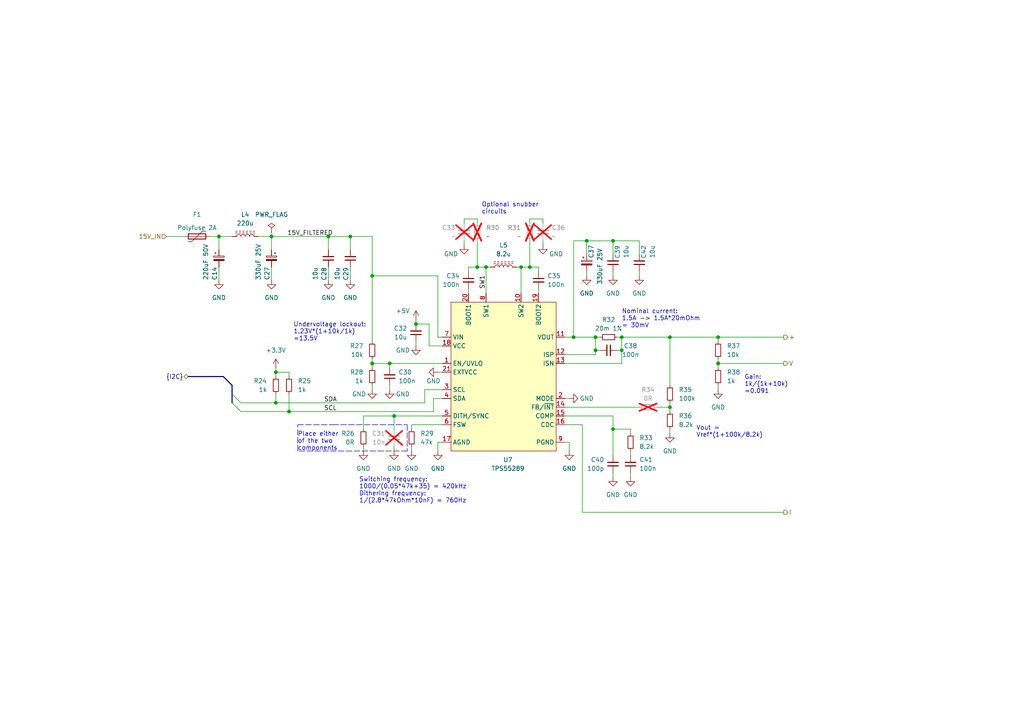
<source format=kicad_sch>
(kicad_sch (version 20230121) (generator eeschema)
  (paper "A4")
  (title_block (title "EuroMeasure Ion Gauge Controller") (date "2024-01-20") (rev "1.1.0"))
  (lib_symbols
    (symbol "Device:C_Small" (pin_numbers hide) (pin_names (offset 0.254) hide)
      (property "Reference" "C" (at 0.254 1.778 0))
      (property "Value" "C_Small" (at 0.254 -2.032 0))
      (symbol "C_Small_0_1"
        (polyline (pts (xy -1.524 -0.508) (xy 1.524 -0.508)) (stroke (width 0.3302)))
        (polyline (pts (xy -1.524 0.508) (xy 1.524 0.508)) (stroke (width 0.3048)))
      )
      (symbol "C_Small_1_1"
        (pin passive line (at 0 2.54 270) (length 2.032) (name "~") (number "1"))
        (pin passive line (at 0 -2.54 90) (length 2.032) (name "~") (number "2"))
      )
    )
    (symbol "Device:R_Small" (pin_numbers hide) (pin_names (offset 0.254) hide)
      (property "Reference" "R" (at 0.762 0.508 0))
      (property "Value" "R_Small" (at 0.762 -1.016 0))
      (symbol "R_Small_0_1"
        (rectangle (start -0.762 1.778) (end 0.762 -1.778) (stroke (width 0.2032)))
      )
      (symbol "R_Small_1_1"
        (pin passive line (at 0 2.54 270) (length 0.762) (name "~") (number "1"))
        (pin passive line (at 0 -2.54 90) (length 0.762) (name "~") (number "2"))
      )
    )
    (symbol "MEMS_IC:TPS55289"
      (property "Reference" "U" (at 17.78 33.02 0))
      (property "Value" "TPS55289" (at 17.78 30.48 0))
      (symbol "TPS55289_1_1"
        (rectangle (start -15.24 27.94) (end 15.24 -15.24) (fill (type background)))
        (pin input line (at -17.78 10.16 0) (length 2.54) (name "EN/UVLO") (number "1"))
        (pin passive line (at 5.08 30.48 270) (length 2.54) (name "SW2") (number "10"))
        (pin power_out line (at 17.78 17.78 180) (length 2.54) (name "VOUT") (number "11"))
        (pin input line (at 17.78 12.7 180) (length 2.54) (name "ISP") (number "12"))
        (pin input line (at 17.78 10.16 180) (length 2.54) (name "ISN") (number "13"))
        (pin bidirectional line (at 17.78 -2.54 180) (length 2.54) (name "FB/~{INT}") (number "14"))
        (pin output line (at 17.78 -5.08 180) (length 2.54) (name "COMP") (number "15"))
        (pin output line (at 17.78 -7.62 180) (length 2.54) (name "CDC") (number "16"))
        (pin power_in line (at -17.78 -12.7 0) (length 2.54) (name "AGND") (number "17"))
        (pin passive line (at -17.78 15.24 0) (length 2.54) (name "VCC") (number "18"))
        (pin passive line (at 10.16 30.48 270) (length 2.54) (name "BOOT2") (number "19"))
        (pin input line (at 17.78 0 180) (length 2.54) (name "MODE") (number "2"))
        (pin passive line (at -10.16 30.48 270) (length 2.54) (name "BOOT1") (number "20"))
        (pin input line (at -17.78 7.62 0) (length 2.54) (name "EXTVCC") (number "21"))
        (pin input line (at -17.78 2.54 0) (length 2.54) (name "SCL") (number "3"))
        (pin bidirectional line (at -17.78 0 0) (length 2.54) (name "SDA") (number "4"))
        (pin input line (at -17.78 -5.08 0) (length 2.54) (name "DITH/SYNC") (number "5"))
        (pin input line (at -17.78 -7.62 0) (length 2.54) (name "FSW") (number "6"))
        (pin power_in line (at -17.78 17.78 0) (length 2.54) (name "VIN") (number "7"))
        (pin passive line (at -5.08 30.48 270) (length 2.54) (name "SW1") (number "8"))
        (pin power_in line (at 17.78 -12.7 180) (length 2.54) (name "PGND") (number "9"))
      )
    )
    (symbol "MEMS_Passive:C_Elec-220uf-50V" (pin_numbers hide) (pin_names (offset 0.254) hide)
      (property "Reference" "C" (at 0.254 1.778 0))
      (property "Value" "220uF 50V" (at 0.254 -2.032 0))
      (symbol "C_Elec-220uf-50V_0_1"
        (rectangle (start -1.524 -0.3048) (end 1.524 -0.6858) (fill (type outline)))
        (rectangle (start -1.524 0.6858) (end 1.524 0.3048))
        (polyline (pts (xy -1.27 1.524) (xy -0.762 1.524)))
        (polyline (pts (xy -1.016 1.27) (xy -1.016 1.778)))
      )
      (symbol "C_Elec-220uf-50V_1_1"
        (pin passive line (at 0 2.54 270) (length 1.8542) (name "~") (number "1"))
        (pin passive line (at 0 -2.54 90) (length 1.8542) (name "~") (number "2"))
      )
    )
    (symbol "MEMS_Passive:C_Elec-330uF-25V" (pin_numbers hide) (pin_names (offset 0.254) hide)
      (property "Reference" "C" (at 0.254 1.778 0))
      (property "Value" "330uF 25V" (at 0.254 -2.032 0))
      (symbol "C_Elec-330uF-25V_0_1"
        (rectangle (start -1.524 -0.3048) (end 1.524 -0.6858) (fill (type outline)))
        (rectangle (start -1.524 0.6858) (end 1.524 0.3048))
        (polyline (pts (xy -1.27 1.524) (xy -0.762 1.524)))
        (polyline (pts (xy -1.016 1.27) (xy -1.016 1.778)))
      )
      (symbol "C_Elec-330uF-25V_1_1"
        (pin passive line (at 0 2.54 270) (length 1.8542) (name "~") (number "1"))
        (pin passive line (at 0 -2.54 90) (length 1.8542) (name "~") (number "2"))
      )
    )
    (symbol "MEMS_Passive:L_220u_10x10" (pin_numbers hide) (pin_names (offset 1.016) hide)
      (property "Reference" "L" (at -1.27 0 90))
      (property "Value" "220u" (at 2.794 0 90))
      (symbol "L_220u_10x10_0_1"
        (arc (start 0 -2.54) (mid 0.6323 -1.905) (end 0 -1.27))
        (arc (start 0 -1.27) (mid 0.6323 -0.635) (end 0 0))
        (polyline (pts (xy 1.016 -2.794) (xy 1.016 -2.286)))
        (polyline (pts (xy 1.016 -1.778) (xy 1.016 -1.27)))
        (polyline (pts (xy 1.016 -0.762) (xy 1.016 -0.254)))
        (polyline (pts (xy 1.016 0.254) (xy 1.016 0.762)))
        (polyline (pts (xy 1.016 1.27) (xy 1.016 1.778)))
        (polyline (pts (xy 1.016 2.286) (xy 1.016 2.794)))
        (polyline (pts (xy 1.524 -2.286) (xy 1.524 -2.794)))
        (polyline (pts (xy 1.524 -1.27) (xy 1.524 -1.778)))
        (polyline (pts (xy 1.524 -0.254) (xy 1.524 -0.762)))
        (polyline (pts (xy 1.524 0.762) (xy 1.524 0.254)))
        (polyline (pts (xy 1.524 1.778) (xy 1.524 1.27)))
        (polyline (pts (xy 1.524 2.794) (xy 1.524 2.286)))
        (arc (start 0 0) (mid 0.6323 0.635) (end 0 1.27))
        (arc (start 0 1.27) (mid 0.6323 1.905) (end 0 2.54))
      )
      (symbol "L_220u_10x10_1_1"
        (pin passive line (at 0 3.81 270) (length 1.27) (name "1") (number "1"))
        (pin passive line (at 0 -3.81 90) (length 1.27) (name "2") (number "2"))
      )
    )
    (symbol "MEMS_Passive:L_8.2u_5.9/10.2A" (pin_numbers hide) (pin_names (offset 1.016) hide)
      (property "Reference" "L" (at 0 -1.27 0))
      (property "Value" "8.2u" (at 0 2.794 0))
      (symbol "L_8.2u_5.9/10.2A_0_1"
        (arc (start -1.27 0) (mid -1.905 0.6323) (end -2.54 0))
        (arc (start 0 0) (mid -0.635 0.6323) (end -1.27 0))
        (polyline (pts (xy -2.794 1.524) (xy -2.286 1.524)))
        (polyline (pts (xy -2.286 1.016) (xy -2.794 1.016)))
        (polyline (pts (xy -1.778 1.524) (xy -1.27 1.524)))
        (polyline (pts (xy -1.27 1.016) (xy -1.778 1.016)))
        (polyline (pts (xy -0.762 1.524) (xy -0.254 1.524)))
        (polyline (pts (xy -0.254 1.016) (xy -0.762 1.016)))
        (polyline (pts (xy 0.254 1.524) (xy 0.762 1.524)))
        (polyline (pts (xy 0.762 1.016) (xy 0.254 1.016)))
        (polyline (pts (xy 1.27 1.524) (xy 1.778 1.524)))
        (polyline (pts (xy 1.778 1.016) (xy 1.27 1.016)))
        (polyline (pts (xy 2.286 1.524) (xy 2.794 1.524)))
        (polyline (pts (xy 2.794 1.016) (xy 2.286 1.016)))
        (arc (start 1.27 0) (mid 0.635 0.6323) (end 0 0))
        (arc (start 2.54 0) (mid 1.905 0.6323) (end 1.27 0))
      )
      (symbol "L_8.2u_5.9/10.2A_1_1"
        (pin passive line (at -3.81 0 0) (length 1.27) (name "1") (number "1"))
        (pin passive line (at 3.81 0 180) (length 1.27) (name "2") (number "2"))
      )
    )
    (symbol "MEMS_Passive:R_2010_20m_1%" (pin_numbers hide) (pin_names (offset 0.254) hide)
      (property "Reference" "R" (at 0 5.08 0))
      (property "Value" "20m 1%" (at 0 2.54 0))
      (symbol "R_2010_20m_1%_0_1"
        (rectangle (start -1.778 0.762) (end 1.778 -0.762) (stroke (width 0.2032)))
      )
      (symbol "R_2010_20m_1%_1_1"
        (pin passive line (at -2.54 0 0) (length 0.762) (name "~") (number "1"))
        (pin passive line (at 2.54 0 180) (length 0.762) (name "~") (number "2"))
      )
    )
    (symbol "MEMS_Protection:Polyfuse-2A-60V-3425L200/60MR" (pin_numbers hide) (pin_names (offset 0))
      (property "Reference" "F" (at 0 5.08 90))
      (property "Value" "Polyfuse 2A" (at 0 2.54 90))
      (symbol "Polyfuse-2A-60V-3425L200/60MR_0_1"
        (rectangle (start -0.762 2.54) (end 0.762 -2.54) (stroke (width 0.254)))
        (polyline (pts (xy 0 2.54) (xy 0 -2.54)))
        (polyline (pts (xy -1.524 2.54) (xy -1.524 1.524) (xy 1.524 -1.524) (xy 1.524 -2.54)))
      )
      (symbol "Polyfuse-2A-60V-3425L200/60MR_1_1"
        (pin passive line (at 0 3.81 270) (length 1.27) (name "~") (number "1"))
        (pin passive line (at 0 -3.81 90) (length 1.27) (name "~") (number "2"))
      )
    )
    (symbol "power:+3.3V" (power) (pin_names (offset 0))
      (property "Value" "+3.3V" (at 0 3.556 0))
      (symbol "+3.3V_0_1"
        (polyline (pts (xy -0.762 1.27) (xy 0 2.54)))
        (polyline (pts (xy 0 0) (xy 0 2.54)))
        (polyline (pts (xy 0 2.54) (xy 0.762 1.27)))
      )
      (symbol "+3.3V_1_1"
        (pin power_in line (at 0 0 90) (length 0) hide (name "+3.3V") (number "1"))
      )
    )
    (symbol "power:+5V" (power) (pin_names (offset 0))
      (property "Value" "+5V" (at 0 3.556 0))
      (symbol "+5V_0_1"
        (polyline (pts (xy -0.762 1.27) (xy 0 2.54)))
        (polyline (pts (xy 0 0) (xy 0 2.54)))
        (polyline (pts (xy 0 2.54) (xy 0.762 1.27)))
      )
      (symbol "+5V_1_1"
        (pin power_in line (at 0 0 90) (length 0) hide (name "+5V") (number "1"))
      )
    )
    (symbol "power:GND" (power) (pin_names (offset 0))
      (property "Value" "GND" (at 0 -3.81 0))
      (symbol "GND_0_1"
        (polyline (pts (xy 0 0) (xy 0 -1.27) (xy 1.27 -1.27) (xy 0 -2.54) (xy -1.27 -1.27) (xy 0 -1.27)))
      )
      (symbol "GND_1_1"
        (pin power_in line (at 0 0 270) (length 0) hide (name "GND") (number "1"))
      )
    )
    (symbol "power:PWR_FLAG" (power) (pin_numbers hide) (pin_names (offset 0) hide)
      (property "Value" "PWR_FLAG" (at 0 3.81 0))
      (symbol "PWR_FLAG_0_0"
        (pin power_out line (at 0 0 90) (length 0) (name "pwr") (number "1"))
      )
      (symbol "PWR_FLAG_0_1"
        (polyline (pts (xy 0 0) (xy 0 1.27) (xy -1.016 1.905) (xy 0 2.54) (xy 1.016 1.905) (xy 0 1.27)))
      )
    )
  )
  (junction (at 113.03 105.41))
  (junction (at 114.3 120.65))
  (junction (at 80.01 107.95))
  (junction (at 180.34 97.79))
  (junction (at 172.72 97.79))
  (junction (at 78.74 68.58))
  (junction (at 208.28 97.79))
  (junction (at 83.82 119.38))
  (junction (at 177.8 69.85))
  (junction (at 138.43 77.47))
  (junction (at 194.31 97.79))
  (junction (at 107.95 105.41))
  (junction (at 95.25 68.58))
  (junction (at 140.97 77.47))
  (junction (at 101.6 68.58))
  (junction (at 80.01 116.84))
  (junction (at 180.34 101.6))
  (junction (at 107.95 80.01))
  (junction (at 208.28 105.41))
  (junction (at 151.13 77.47))
  (junction (at 172.72 101.6))
  (junction (at 166.37 97.79))
  (junction (at 194.31 118.11))
  (junction (at 153.67 77.47))
  (junction (at 177.8 124.46))
  (junction (at 170.18 69.85))
  (junction (at 120.65 93.98))
  (junction (at 63.5 68.58))
  (bus_entry (at 67.31 116.84) (size 2.54 2.54))
  (bus_entry (at 67.31 114.3) (size 2.54 2.54))
  (wire (pts (xy 168.91 148.59) (xy 227.33 148.59)))
  (wire (pts (xy 134.62 69.85) (xy 134.62 71.12)))
  (polyline (pts (xy 96.52 123.19) (xy 118.11 123.19)) (stroke (width 0) (type dash)))
  (wire (pts (xy 127 97.79) (xy 127 80.01)))
  (wire (pts (xy 107.95 104.14) (xy 107.95 105.41)))
  (wire (pts (xy 177.8 80.01) (xy 177.8 78.74)))
  (wire (pts (xy 153.67 64.77) (xy 153.67 63.5)))
  (wire (pts (xy 156.21 77.47) (xy 153.67 77.47)))
  (wire (pts (xy 177.8 124.46) (xy 182.88 124.46)))
  (wire (pts (xy 172.72 101.6) (xy 172.72 102.87)))
  (wire (pts (xy 63.5 81.28) (xy 63.5 77.47)))
  (wire (pts (xy 120.65 92.71) (xy 120.65 93.98)))
  (wire (pts (xy 127 130.81) (xy 127 128.27)))
  (wire (pts (xy 138.43 69.85) (xy 138.43 77.47)))
  (wire (pts (xy 194.31 124.46) (xy 194.31 125.73)))
  (wire (pts (xy 69.85 119.38) (xy 83.82 119.38)))
  (wire (pts (xy 127 128.27) (xy 128.27 128.27)))
  (polyline (pts (xy 86.36 130.81) (xy 86.36 123.19)) (stroke (width 0) (type dash)))
  (bus (pts (xy 67.31 114.3) (xy 67.31 116.84)))
  (wire (pts (xy 194.31 116.84) (xy 194.31 118.11)))
  (wire (pts (xy 60.96 68.58) (xy 63.5 68.58)))
  (wire (pts (xy 172.72 97.79) (xy 172.72 101.6)))
  (wire (pts (xy 83.82 107.95) (xy 83.82 109.22)))
  (wire (pts (xy 124.46 93.98) (xy 124.46 100.33)))
  (wire (pts (xy 165.1 128.27) (xy 163.83 128.27)))
  (wire (pts (xy 128.27 97.79) (xy 127 97.79)))
  (wire (pts (xy 170.18 69.85) (xy 170.18 73.66)))
  (wire (pts (xy 134.62 63.5) (xy 134.62 64.77)))
  (wire (pts (xy 177.8 120.65) (xy 177.8 124.46)))
  (wire (pts (xy 185.42 73.66) (xy 185.42 69.85)))
  (wire (pts (xy 123.19 116.84) (xy 123.19 113.03)))
  (wire (pts (xy 78.74 81.28) (xy 78.74 77.47)))
  (bus (pts (xy 67.31 111.76) (xy 67.31 114.3)))
  (polyline (pts (xy 118.11 123.19) (xy 118.11 130.81)) (stroke (width 0) (type dash)))
  (wire (pts (xy 80.01 107.95) (xy 83.82 107.95)))
  (wire (pts (xy 107.95 68.58) (xy 107.95 80.01)))
  (wire (pts (xy 182.88 130.81) (xy 182.88 132.08)))
  (wire (pts (xy 119.38 129.54) (xy 119.38 130.81)))
  (wire (pts (xy 101.6 68.58) (xy 95.25 68.58)))
  (wire (pts (xy 80.01 116.84) (xy 123.19 116.84)))
  (wire (pts (xy 107.95 80.01) (xy 127 80.01)))
  (wire (pts (xy 194.31 118.11) (xy 194.31 119.38)))
  (wire (pts (xy 156.21 83.82) (xy 156.21 85.09)))
  (wire (pts (xy 138.43 77.47) (xy 140.97 77.47)))
  (wire (pts (xy 172.72 102.87) (xy 163.83 102.87)))
  (wire (pts (xy 80.01 114.3) (xy 80.01 116.84)))
  (wire (pts (xy 125.73 119.38) (xy 125.73 115.57)))
  (wire (pts (xy 107.95 111.76) (xy 107.95 113.03)))
  (wire (pts (xy 107.95 80.01) (xy 107.95 99.06)))
  (wire (pts (xy 83.82 114.3) (xy 83.82 119.38)))
  (wire (pts (xy 135.89 83.82) (xy 135.89 85.09)))
  (wire (pts (xy 67.31 68.58) (xy 63.5 68.58)))
  (wire (pts (xy 168.91 148.59) (xy 168.91 123.19)))
  (wire (pts (xy 172.72 101.6) (xy 173.99 101.6)))
  (wire (pts (xy 177.8 69.85) (xy 177.8 73.66)))
  (wire (pts (xy 208.28 105.41) (xy 227.33 105.41)))
  (wire (pts (xy 120.65 93.98) (xy 124.46 93.98)))
  (wire (pts (xy 78.74 68.58) (xy 95.25 68.58)))
  (wire (pts (xy 153.67 63.5) (xy 157.48 63.5)))
  (wire (pts (xy 138.43 64.77) (xy 138.43 63.5)))
  (wire (pts (xy 80.01 106.68) (xy 80.01 107.95)))
  (wire (pts (xy 208.28 99.06) (xy 208.28 97.79)))
  (wire (pts (xy 113.03 105.41) (xy 113.03 106.68)))
  (wire (pts (xy 113.03 105.41) (xy 128.27 105.41)))
  (wire (pts (xy 163.83 120.65) (xy 177.8 120.65)))
  (polyline (pts (xy 86.36 123.19) (xy 96.52 123.19)) (stroke (width 0) (type dash)))
  (wire (pts (xy 114.3 129.54) (xy 114.3 130.81)))
  (wire (pts (xy 119.38 123.19) (xy 119.38 124.46)))
  (wire (pts (xy 101.6 68.58) (xy 101.6 72.39)))
  (wire (pts (xy 165.1 115.57) (xy 163.83 115.57)))
  (wire (pts (xy 140.97 77.47) (xy 142.24 77.47)))
  (wire (pts (xy 180.34 101.6) (xy 180.34 97.79)))
  (wire (pts (xy 123.19 113.03) (xy 128.27 113.03)))
  (wire (pts (xy 185.42 80.01) (xy 185.42 78.74)))
  (wire (pts (xy 69.85 116.84) (xy 80.01 116.84)))
  (wire (pts (xy 163.83 105.41) (xy 180.34 105.41)))
  (wire (pts (xy 127 107.95) (xy 128.27 107.95)))
  (wire (pts (xy 120.65 100.33) (xy 120.65 99.06)))
  (wire (pts (xy 105.41 120.65) (xy 105.41 124.46)))
  (wire (pts (xy 170.18 69.85) (xy 177.8 69.85)))
  (wire (pts (xy 166.37 97.79) (xy 172.72 97.79)))
  (wire (pts (xy 153.67 69.85) (xy 153.67 77.47)))
  (wire (pts (xy 80.01 107.95) (xy 80.01 109.22)))
  (wire (pts (xy 107.95 105.41) (xy 113.03 105.41)))
  (wire (pts (xy 138.43 77.47) (xy 135.89 77.47)))
  (wire (pts (xy 179.07 97.79) (xy 180.34 97.79)))
  (wire (pts (xy 124.46 100.33) (xy 128.27 100.33)))
  (wire (pts (xy 177.8 69.85) (xy 185.42 69.85)))
  (wire (pts (xy 208.28 111.76) (xy 208.28 113.03)))
  (wire (pts (xy 173.99 97.79) (xy 172.72 97.79)))
  (wire (pts (xy 180.34 101.6) (xy 180.34 105.41)))
  (wire (pts (xy 156.21 78.74) (xy 156.21 77.47)))
  (wire (pts (xy 179.07 101.6) (xy 180.34 101.6)))
  (wire (pts (xy 168.91 123.19) (xy 163.83 123.19)))
  (wire (pts (xy 114.3 120.65) (xy 114.3 124.46)))
  (wire (pts (xy 208.28 105.41) (xy 208.28 106.68)))
  (bus (pts (xy 64.77 109.22) (xy 67.31 111.76)))
  (wire (pts (xy 125.73 115.57) (xy 128.27 115.57)))
  (wire (pts (xy 135.89 77.47) (xy 135.89 78.74)))
  (wire (pts (xy 153.67 77.47) (xy 151.13 77.47)))
  (wire (pts (xy 177.8 137.16) (xy 177.8 138.43)))
  (wire (pts (xy 180.34 97.79) (xy 194.31 97.79)))
  (wire (pts (xy 177.8 124.46) (xy 177.8 132.08)))
  (wire (pts (xy 83.82 119.38) (xy 125.73 119.38)))
  (wire (pts (xy 157.48 69.85) (xy 157.48 71.12)))
  (wire (pts (xy 190.5 118.11) (xy 194.31 118.11)))
  (wire (pts (xy 63.5 72.39) (xy 63.5 68.58)))
  (wire (pts (xy 95.25 81.28) (xy 95.25 77.47)))
  (wire (pts (xy 105.41 129.54) (xy 105.41 130.81)))
  (wire (pts (xy 194.31 97.79) (xy 194.31 111.76)))
  (wire (pts (xy 74.93 68.58) (xy 78.74 68.58)))
  (wire (pts (xy 113.03 113.03) (xy 113.03 111.76)))
  (wire (pts (xy 128.27 123.19) (xy 119.38 123.19)))
  (wire (pts (xy 166.37 69.85) (xy 166.37 97.79)))
  (wire (pts (xy 165.1 130.81) (xy 165.1 128.27)))
  (wire (pts (xy 170.18 80.01) (xy 170.18 78.74)))
  (wire (pts (xy 101.6 68.58) (xy 107.95 68.58)))
  (wire (pts (xy 208.28 104.14) (xy 208.28 105.41)))
  (wire (pts (xy 128.27 120.65) (xy 114.3 120.65)))
  (wire (pts (xy 170.18 69.85) (xy 166.37 69.85)))
  (wire (pts (xy 157.48 63.5) (xy 157.48 64.77)))
  (wire (pts (xy 138.43 63.5) (xy 134.62 63.5)))
  (wire (pts (xy 107.95 105.41) (xy 107.95 106.68)))
  (wire (pts (xy 95.25 68.58) (xy 95.25 72.39)))
  (wire (pts (xy 53.34 68.58) (xy 48.26 68.58)))
  (wire (pts (xy 208.28 97.79) (xy 227.33 97.79)))
  (wire (pts (xy 149.86 77.47) (xy 151.13 77.47)))
  (wire (pts (xy 182.88 137.16) (xy 182.88 138.43)))
  (bus (pts (xy 54.61 109.22) (xy 64.77 109.22)))
  (wire (pts (xy 194.31 97.79) (xy 208.28 97.79)))
  (wire (pts (xy 151.13 77.47) (xy 151.13 85.09)))
  (wire (pts (xy 163.83 118.11) (xy 185.42 118.11)))
  (wire (pts (xy 78.74 67.31) (xy 78.74 68.58)))
  (wire (pts (xy 101.6 81.28) (xy 101.6 77.47)))
  (wire (pts (xy 163.83 97.79) (xy 166.37 97.79)))
  (wire (pts (xy 105.41 120.65) (xy 114.3 120.65)))
  (wire (pts (xy 140.97 85.09) (xy 140.97 77.47)))
  (wire (pts (xy 78.74 72.39) (xy 78.74 68.58)))
  (polyline (pts (xy 118.11 130.81) (xy 86.36 130.81)) (stroke (width 0) (type dash)))
  (wire (pts (xy 182.88 125.73) (xy 182.88 124.46)))
  (text "Vout =\nVref*(1+100k/8.2k)" (at 201.93 127 0) (effects (font (size 1.27 1.27)) (justify left bottom)))
  (text "Undervoltage lockout:\n1.23V*(1+10k/1k)\n=13.5V" (at 85.09 99.06 0) (effects (font (size 1.27 1.27)) (justify left bottom)))
  (text "Place either\nof the two\ncomponents" (at 86.36 130.81 0) (effects (font (size 1.27 1.27)) (justify left bottom)))
  (text "Optional snubber\ncircuits" (at 139.7 62.23 0) (effects (font (size 1.27 1.27)) (justify left bottom)))
  (text "Gain:\n1k/(1k+10k)\n=0.091" (at 215.9 114.3 0) (effects (font (size 1.27 1.27)) (justify left bottom)))
  (text "Nominal current:\n1.5A -> 1.5A*20mOhm\n= 30mV" (at 180.34 95.25 0) (effects (font (size 1.27 1.27)) (justify left bottom)))
  (text "Switching frequency:\n1000/(0.05*47k+35) = 420kHz\nDithering frequency:\n1/(2.8*47kOhm*10nF) = 760Hz" (at 104.14 146.05 0) (effects (font (size 1.27 1.27)) (justify left bottom)))
  (label "15V_FILTERED" (at 96.52 68.58 180))
  (label "SDA" (at 93.98 116.84 0))
  (label "SCL" (at 93.98 119.38 0))
  (label "SW1" (at 140.97 83.82 90))
  (hierarchical_label "{I2C}" (shape bidirectional) (at 54.61 109.22 180))
  (hierarchical_label "I" (shape output) (at 227.33 148.59 0))
  (hierarchical_label "V" (shape output) (at 227.33 105.41 0))
  (hierarchical_label "15V_IN" (shape input) (at 48.26 68.58 180))
  (hierarchical_label "+" (shape output) (at 227.33 97.79 0))
  (symbol (lib_id "Device:C_Small") (at 176.53 101.6 90) (mirror x) (unit 1)
    (property "Reference" "C38" (at 182.88 100.33 90))
    (property "Value" "100n" (at 182.88 102.87 90))
    (property "Footprint" "Capacitor_SMD:C_0805_2012Metric_Pad1.18x1.45mm_HandSolder" (effects hide))
  )
  (symbol (lib_id "power:GND") (at 185.42 80.01 0) (unit 1)
    (property "Reference" "#PWR040" (effects hide))
    (property "Value" "GND" (at 185.42 85.09 0))
    (instances (project "EuroMeasure-SYMHV" (path "" (reference "#PWR040") (unit 1))) (project "EuroMeasure-IonGaugeController" (path "" (reference "#PWR068") (unit 1))) (project "EuroMeasure-RFPA" (path "" (reference "#PWR016") (unit 1))))
  )
  (symbol (lib_id "Device:C_Small") (at 134.62 67.31 0) (mirror y) (unit 1) (dnp yes)
    (property "Reference" "C33" (at 132.08 66.0463 0) (effects (justify left)))
    (property "Value" "~" (at 132.08 68.5863 0) (effects (justify left)))
    (property "Footprint" "Capacitor_SMD:C_0805_2012Metric_Pad1.18x1.45mm_HandSolder" (effects hide))
  )
  (symbol (lib_id "Device:C_Small") (at 120.65 96.52 0) (mirror x) (unit 1)
    (property "Reference" "C32" (at 118.11 95.2436 0) (effects (justify right)))
    (property "Value" "10u" (at 118.11 97.7836 0) (effects (justify right)))
    (property "Footprint" "Capacitor_SMD:C_0805_2012Metric_Pad1.18x1.45mm_HandSolder" (effects hide))
  )
  (symbol (lib_id "MEMS_Protection:Polyfuse-2A-60V-3425L200/60MR") (at 57.15 68.58 270) (unit 1)
    (property "Reference" "F1" (at 57.15 62.23 90))
    (property "Value" "Polyfuse 2A" (at 57.15 66.04 90))
    (property "Footprint" "MEMS_Passive:Fuse_Littlefuse_3425L" (effects hide))
    (property "Datasheet" "https://www.mouser.pl/datasheet/2/240/Littelfuse_4_13_2023_PTC_3425L_Datasheet_prelimina-3168143.pdf" (effects hide))
    (property "MPN" "3425L200/60MR" (effects hide))
    (property "Mouser" "576-3425L200/60MR" (effects hide))
  )
  (symbol (lib_id "power:GND") (at 177.8 80.01 0) (unit 1)
    (property "Reference" "#PWR040" (effects hide))
    (property "Value" "GND" (at 177.8 85.09 0))
    (instances (project "EuroMeasure-SYMHV" (path "" (reference "#PWR040") (unit 1))) (project "EuroMeasure-IonGaugeController" (path "" (reference "#PWR065") (unit 1))) (project "EuroMeasure-RFPA" (path "" (reference "#PWR016") (unit 1))))
  )
  (symbol (lib_id "power:GND") (at 113.03 113.03 0) (unit 1)
    (property "Reference" "#PWR053" (effects hide))
    (property "Value" "GND" (at 116.84 114.3 0))
  )
  (symbol (lib_id "MEMS_Passive:R_2010_20m_1%") (at 176.53 97.79 0) (unit 1)
    (property "Reference" "R32" (at 176.53 92.71 0))
    (property "Value" "20m 1%" (at 176.53 95.25 0))
    (property "Footprint" "Resistor_SMD:R_2010_5025Metric_Pad1.40x2.65mm_HandSolder" (effects hide))
    (property "Datasheet" "https://www.eaton.com/content/dam/eaton/products/electronic-components/resources/data-sheet/eaton-mfsa-automotive-smd-current-sense-resistor-metal-foil-data-sheet-elx1180.pdf" (effects hide))
    (property "MPN" "WSL2010R0200FEA18" (effects hide))
    (property "Mouser" "71-WSL2010R0200FEA18" (effects hide))
  )
  (symbol (lib_id "power:GND") (at 182.88 138.43 0) (unit 1)
    (property "Reference" "#PWR040" (effects hide))
    (property "Value" "GND" (at 182.88 143.51 0))
    (instances (project "EuroMeasure-SYMHV" (path "" (reference "#PWR040") (unit 1))) (project "EuroMeasure-IonGaugeController" (path "" (reference "#PWR067") (unit 1))) (project "EuroMeasure-RFPA" (path "" (reference "#PWR016") (unit 1))))
  )
  (symbol (lib_id "power:GND") (at 165.1 115.57 90) (mirror x) (unit 1)
    (property "Reference" "#PWR062" (effects hide))
    (property "Value" "GND" (at 170.18 115.57 90))
  )
  (symbol (lib_id "Device:C_Small") (at 157.48 67.31 0) (unit 1) (dnp yes)
    (property "Reference" "C36" (at 160.02 66.0463 0) (effects (justify left)))
    (property "Value" "~" (at 160.02 68.5863 0) (effects (justify left)))
    (property "Footprint" "Capacitor_SMD:C_0805_2012Metric_Pad1.18x1.45mm_HandSolder" (effects hide))
  )
  (symbol (lib_id "Device:C_Small") (at 95.25 74.93 0) (mirror x) (unit 1)
    (property "Reference" "C28" (at 93.98 77.47 90) (effects (justify left)))
    (property "Value" "10u" (at 91.44 77.47 90) (effects (justify left)))
    (property "Footprint" "Capacitor_SMD:C_0805_2012Metric_Pad1.18x1.45mm_HandSolder" (effects hide))
  )
  (symbol (lib_id "power:GND") (at 78.74 81.28 0) (unit 1)
    (property "Reference" "#PWR040" (effects hide))
    (property "Value" "GND" (at 78.74 86.36 0))
    (instances (project "EuroMeasure-SYMHV" (path "" (reference "#PWR040") (unit 1))) (project "EuroMeasure-IonGaugeController" (path "" (reference "#PWR047") (unit 1))) (project "EuroMeasure-RFPA" (path "" (reference "#PWR016") (unit 1))))
  )
  (symbol (lib_id "power:GND") (at 165.1 130.81 0) (mirror y) (unit 1)
    (property "Reference" "#PWR063" (effects hide))
    (property "Value" "GND" (at 165.1 135.89 0))
  )
  (symbol (lib_id "power:+5V") (at 120.65 92.71 0) (unit 1)
    (property "Reference" "#PWR056" (effects hide))
    (property "Value" "+5V" (at 116.84 90.17 0))
  )
  (symbol (lib_id "power:GND") (at 170.18 80.01 0) (unit 1)
    (property "Reference" "#PWR040" (effects hide))
    (property "Value" "GND" (at 170.18 85.09 0))
    (instances (project "EuroMeasure-SYMHV" (path "" (reference "#PWR040") (unit 1))) (project "EuroMeasure-IonGaugeController" (path "" (reference "#PWR064") (unit 1))) (project "EuroMeasure-RFPA" (path "" (reference "#PWR016") (unit 1))))
  )
  (symbol (lib_id "power:GND") (at 157.48 71.12 0) (unit 1)
    (property "Reference" "#PWR061" (effects hide))
    (property "Value" "GND" (at 161.29 73.66 0))
  )
  (symbol (lib_id "power:GND") (at 177.8 138.43 0) (unit 1)
    (property "Reference" "#PWR040" (effects hide))
    (property "Value" "GND" (at 177.8 143.51 0))
    (instances (project "EuroMeasure-SYMHV" (path "" (reference "#PWR040") (unit 1))) (project "EuroMeasure-IonGaugeController" (path "" (reference "#PWR066") (unit 1))) (project "EuroMeasure-RFPA" (path "" (reference "#PWR016") (unit 1))))
  )
  (symbol (lib_id "Device:R_Small") (at 119.38 127 0) (unit 1)
    (property "Reference" "R29" (at 121.92 125.73 0) (effects (justify left)))
    (property "Value" "47k" (at 121.92 128.27 0) (effects (justify left)))
    (property "Footprint" "Resistor_SMD:R_0805_2012Metric_Pad1.20x1.40mm_HandSolder" (effects hide))
  )
  (symbol (lib_id "Device:C_Small") (at 185.42 76.2 0) (mirror x) (unit 1)
    (property "Reference" "C42" (at 186.69 71.12 90) (effects (justify left)))
    (property "Value" "10u" (at 189.23 71.12 90) (effects (justify left)))
    (property "Footprint" "Capacitor_SMD:C_0805_2012Metric_Pad1.18x1.45mm_HandSolder" (effects hide))
  )
  (symbol (lib_id "Device:R_Small") (at 153.67 67.31 0) (mirror y) (unit 1) (dnp yes)
    (property "Reference" "R31" (at 151.13 66.04 0) (effects (justify left)))
    (property "Value" "~" (at 151.13 68.58 0) (effects (justify left)))
    (property "Footprint" "Resistor_SMD:R_0805_2012Metric_Pad1.20x1.40mm_HandSolder" (effects hide))
  )
  (symbol (lib_id "Device:R_Small") (at 194.31 114.3 0) (unit 1)
    (property "Reference" "R35" (at 196.85 113.03 0) (effects (justify left)))
    (property "Value" "100k" (at 196.85 115.57 0) (effects (justify left)))
    (property "Footprint" "Resistor_SMD:R_0805_2012Metric_Pad1.20x1.40mm_HandSolder" (effects hide))
  )
  (symbol (lib_id "Device:R_Small") (at 83.82 111.76 0) (mirror y) (unit 1)
    (property "Reference" "R25" (at 86.36 110.49 0) (effects (justify right)))
    (property "Value" "1k" (at 86.36 113.03 0) (effects (justify right)))
    (property "Footprint" "Resistor_SMD:R_0805_2012Metric_Pad1.20x1.40mm_HandSolder" (effects hide))
  )
  (symbol (lib_id "Device:R_Small") (at 187.96 118.11 90) (unit 1) (dnp yes)
    (property "Reference" "R34" (at 187.96 113.03 90))
    (property "Value" "0R" (at 187.96 115.57 90))
    (property "Footprint" "Resistor_SMD:R_0805_2012Metric_Pad1.20x1.40mm_HandSolder" (effects hide))
  )
  (symbol (lib_id "Device:C_Small") (at 101.6 74.93 0) (mirror x) (unit 1)
    (property "Reference" "C29" (at 100.33 77.47 90) (effects (justify left)))
    (property "Value" "10u" (at 97.79 77.47 90) (effects (justify left)))
    (property "Footprint" "Capacitor_SMD:C_0805_2012Metric_Pad1.18x1.45mm_HandSolder" (effects hide))
  )
  (symbol (lib_id "MEMS_Passive:C_Elec-220uf-50V") (at 63.5 74.93 0) (unit 1)
    (property "Reference" "C14" (at 62.23 81.28 90) (effects (justify left)))
    (property "Value" "220uF 50V" (at 59.69 81.28 90) (effects (justify left)))
    (property "Footprint" "Capacitor_SMD:CP_Elec_6.3x7.7" (effects hide))
    (property "Datasheet" "https://www.mouser.pl/datasheet/2/445/865060345007-3100475.pdf" (effects hide))
    (property "MPN" "865060345007" (effects hide))
    (property "Mouser" "710-865060345007" (effects hide))
    (instances (project "EuroMeasure-SYMHV" (path "" (reference "C14") (unit 1))) (project "EuroMeasure-IonGaugeController" (path "" (reference "C26") (unit 1))))
  )
  (symbol (lib_id "power:GND") (at 120.65 100.33 0) (unit 1)
    (property "Reference" "#PWR057" (effects hide))
    (property "Value" "GND" (at 116.84 101.6 0))
  )
  (symbol (lib_id "power:GND") (at 127 107.95 270) (unit 1)
    (property "Reference" "#PWR058" (effects hide))
    (property "Value" "GND" (at 125.73 110.49 90))
  )
  (symbol (lib_id "Device:C_Small") (at 135.89 81.28 0) (mirror y) (unit 1)
    (property "Reference" "C34" (at 133.35 80.0163 0) (effects (justify left)))
    (property "Value" "100n" (at 133.35 82.5563 0) (effects (justify left)))
    (property "Footprint" "Capacitor_SMD:C_0805_2012Metric_Pad1.18x1.45mm_HandSolder" (effects hide))
  )
  (symbol (lib_id "power:GND") (at 107.95 113.03 0) (unit 1)
    (property "Reference" "#PWR052" (effects hide))
    (property "Value" "GND" (at 104.14 114.3 0))
  )
  (symbol (lib_id "MEMS_IC:TPS55289") (at 146.05 115.57 0) (unit 1)
    (property "Reference" "U7" (at 147.32 133.35 0))
    (property "Value" "TPS55289" (at 147.32 135.89 0))
    (property "Footprint" "MEMS_IC:TPS55289" (effects hide))
    (property "Datasheet" "https://www.ti.com/lit/ds/symlink/tps55289.pdf?ts=1698737734031&ref_url=https%253A%252F%252Fwww.ti.com%252Fproduct%252FTPS55289" (effects hide))
    (property "MPN" "TPS55289RYQR" (effects hide))
    (property "Mouser" "595-TPS55289RYQR" (effects hide))
  )
  (symbol (lib_id "MEMS_Passive:C_Elec-330uF-25V") (at 78.74 74.93 0) (mirror y) (unit 1)
    (property "Reference" "C27" (at 77.47 81.28 90) (effects (justify left)))
    (property "Value" "330uF 25V" (at 74.93 81.28 90) (effects (justify left)))
    (property "Footprint" "Capacitor_SMD:CP_Elec_10x12.5" (effects hide))
    (property "Datasheet" "https://www.mouser.pl/datasheet/2/445/865060345007-3100475.pdf" (effects hide))
    (property "MPN" "AHA1012331M025R" (effects hide))
    (property "Mouser" "581-AHA1012331M025R" (effects hide))
  )
  (symbol (lib_id "Device:R_Small") (at 208.28 109.22 0) (unit 1)
    (property "Reference" "R38" (at 210.82 107.95 0) (effects (justify left)))
    (property "Value" "1k" (at 210.82 110.49 0) (effects (justify left)))
    (property "Footprint" "Resistor_SMD:R_0805_2012Metric_Pad1.20x1.40mm_HandSolder" (effects hide))
  )
  (symbol (lib_id "Device:R_Small") (at 107.95 109.22 0) (mirror y) (unit 1)
    (property "Reference" "R28" (at 105.41 107.95 0) (effects (justify left)))
    (property "Value" "1k" (at 105.41 110.49 0) (effects (justify left)))
    (property "Footprint" "Resistor_SMD:R_0805_2012Metric_Pad1.20x1.40mm_HandSolder" (effects hide))
  )
  (symbol (lib_id "Device:R_Small") (at 138.43 67.31 0) (unit 1) (dnp yes)
    (property "Reference" "R30" (at 140.97 66.04 0) (effects (justify left)))
    (property "Value" "~" (at 140.97 68.58 0) (effects (justify left)))
    (property "Footprint" "Resistor_SMD:R_0805_2012Metric_Pad1.20x1.40mm_HandSolder" (effects hide))
  )
  (symbol (lib_id "Device:R_Small") (at 194.31 121.92 0) (unit 1)
    (property "Reference" "R36" (at 196.85 120.65 0) (effects (justify left)))
    (property "Value" "8.2k" (at 196.85 123.19 0) (effects (justify left)))
    (property "Footprint" "Resistor_SMD:R_0805_2012Metric_Pad1.20x1.40mm_HandSolder" (effects hide))
  )
  (symbol (lib_id "MEMS_Passive:L_8.2u_5.9/10.2A") (at 146.05 77.47 0) (unit 1)
    (property "Reference" "L5" (at 146.05 71.12 0))
    (property "Value" "8.2u" (at 146.05 73.66 0))
    (property "Footprint" "MEMS_Passive:L_Bourns_SRP7030" (effects hide))
    (property "Datasheet" "https://www.mouser.pl/datasheet/2/54/bourns_06062019_SRP7030CA_datasheet-1601312.pdf" (effects hide))
    (property "MPN" "SRP7030CA-8R2M" (effects hide))
    (property "Mouser" "652-SRP7030CA-8R2M" (effects hide))
  )
  (symbol (lib_id "power:GND") (at 134.62 71.12 0) (mirror y) (unit 1)
    (property "Reference" "#PWR060" (effects hide))
    (property "Value" "GND" (at 130.81 73.66 0))
  )
  (symbol (lib_id "MEMS_Passive:C_Elec-330uF-25V") (at 170.18 76.2 0) (unit 1)
    (property "Reference" "C37" (at 171.45 74.93 90) (effects (justify left)))
    (property "Value" "330uF 25V" (at 173.99 82.55 90) (effects (justify left)))
    (property "Footprint" "Capacitor_SMD:CP_Elec_10x12.5" (effects hide))
    (property "Datasheet" "https://www.mouser.pl/datasheet/2/445/865060345007-3100475.pdf" (effects hide))
    (property "MPN" "AHA1012331M025R" (effects hide))
    (property "Mouser" "581-AHA1012331M025R" (effects hide))
  )
  (symbol (lib_id "Device:R_Small") (at 107.95 101.6 0) (mirror y) (unit 1)
    (property "Reference" "R27" (at 105.41 100.33 0) (effects (justify left)))
    (property "Value" "10k" (at 105.41 102.87 0) (effects (justify left)))
    (property "Footprint" "Resistor_SMD:R_0805_2012Metric_Pad1.20x1.40mm_HandSolder" (effects hide))
  )
  (symbol (lib_id "power:+3.3V") (at 80.01 106.68 0) (unit 1)
    (property "Reference" "#PWR048" (effects hide))
    (property "Value" "+3.3V" (at 80.01 101.6 0))
    (instances (project "EuroMeasure-IonGaugeController" (path "" (reference "#PWR048") (unit 1))) (project "EuroMeasure-Generator" (path "" (reference "#PWR0925") (unit 1))))
  )
  (symbol (lib_id "Device:R_Small") (at 105.41 127 0) (mirror y) (unit 1)
    (property "Reference" "R26" (at 102.87 125.73 0) (effects (justify left)))
    (property "Value" "0R" (at 102.87 128.27 0) (effects (justify left)))
    (property "Footprint" "Resistor_SMD:R_0805_2012Metric_Pad1.20x1.40mm_HandSolder" (effects hide))
  )
  (symbol (lib_id "Device:C_Small") (at 177.8 76.2 0) (mirror x) (unit 1)
    (property "Reference" "C39" (at 179.07 71.12 90) (effects (justify left)))
    (property "Value" "10u" (at 181.61 71.12 90) (effects (justify left)))
    (property "Footprint" "Capacitor_SMD:C_0805_2012Metric_Pad1.18x1.45mm_HandSolder" (effects hide))
  )
  (symbol (lib_id "power:PWR_FLAG") (at 78.74 67.31 0) (unit 1)
    (property "Reference" "#FLG03" (effects hide))
    (property "Value" "PWR_FLAG" (at 78.74 62.23 0))
  )
  (symbol (lib_id "power:GND") (at 105.41 130.81 0) (unit 1)
    (property "Reference" "#PWR051" (effects hide))
    (property "Value" "GND" (at 105.41 135.89 0))
  )
  (symbol (lib_id "power:GND") (at 119.38 130.81 0) (unit 1)
    (property "Reference" "#PWR055" (effects hide))
    (property "Value" "GND" (at 119.38 135.89 0))
  )
  (symbol (lib_id "Device:R_Small") (at 80.01 111.76 0) (mirror y) (unit 1)
    (property "Reference" "R24" (at 77.47 110.49 0) (effects (justify left)))
    (property "Value" "1k" (at 77.47 113.03 0) (effects (justify left)))
    (property "Footprint" "Resistor_SMD:R_0805_2012Metric_Pad1.20x1.40mm_HandSolder" (effects hide))
  )
  (symbol (lib_id "Device:C_Small") (at 182.88 134.62 0) (mirror x) (unit 1)
    (property "Reference" "C41" (at 185.42 133.3436 0) (effects (justify left)))
    (property "Value" "100n" (at 185.42 135.8836 0) (effects (justify left)))
    (property "Footprint" "Capacitor_SMD:C_0805_2012Metric_Pad1.18x1.45mm_HandSolder" (effects hide))
  )
  (symbol (lib_id "Device:R_Small") (at 182.88 128.27 0) (unit 1)
    (property "Reference" "R33" (at 185.42 127 0) (effects (justify left)))
    (property "Value" "8.2k" (at 185.42 129.54 0) (effects (justify left)))
    (property "Footprint" "Resistor_SMD:R_0805_2012Metric_Pad1.20x1.40mm_HandSolder" (effects hide))
  )
  (symbol (lib_id "power:GND") (at 95.25 81.28 0) (unit 1)
    (property "Reference" "#PWR040" (effects hide))
    (property "Value" "GND" (at 95.25 86.36 0))
    (instances (project "EuroMeasure-SYMHV" (path "" (reference "#PWR040") (unit 1))) (project "EuroMeasure-IonGaugeController" (path "" (reference "#PWR049") (unit 1))) (project "EuroMeasure-RFPA" (path "" (reference "#PWR016") (unit 1))))
  )
  (symbol (lib_id "power:GND") (at 208.28 113.03 0) (unit 1)
    (property "Reference" "#PWR070" (effects hide))
    (property "Value" "GND" (at 208.28 118.11 0))
  )
  (symbol (lib_id "Device:R_Small") (at 208.28 101.6 0) (unit 1)
    (property "Reference" "R37" (at 210.82 100.33 0) (effects (justify left)))
    (property "Value" "10k" (at 210.82 102.87 0) (effects (justify left)))
    (property "Footprint" "Resistor_SMD:R_0805_2012Metric_Pad1.20x1.40mm_HandSolder" (effects hide))
  )
  (symbol (lib_id "power:GND") (at 127 130.81 0) (unit 1)
    (property "Reference" "#PWR059" (effects hide))
    (property "Value" "GND" (at 127 135.89 0))
  )
  (symbol (lib_id "power:GND") (at 194.31 125.73 0) (unit 1)
    (property "Reference" "#PWR069" (effects hide))
    (property "Value" "GND" (at 194.31 130.81 0))
  )
  (symbol (lib_id "power:GND") (at 63.5 81.28 0) (unit 1)
    (property "Reference" "#PWR040" (effects hide))
    (property "Value" "GND" (at 63.5 86.36 0))
    (instances (project "EuroMeasure-SYMHV" (path "" (reference "#PWR040") (unit 1))) (project "EuroMeasure-IonGaugeController" (path "" (reference "#PWR046") (unit 1))) (project "EuroMeasure-RFPA" (path "" (reference "#PWR016") (unit 1))))
  )
  (symbol (lib_id "Device:C_Small") (at 114.3 127 0) (unit 1) (dnp yes)
    (property "Reference" "C31" (at 111.76 125.7363 0) (effects (justify right)))
    (property "Value" "10n" (at 111.76 128.2763 0) (effects (justify right)))
    (property "Footprint" "Capacitor_SMD:C_0805_2012Metric_Pad1.18x1.45mm_HandSolder" (effects hide))
  )
  (symbol (lib_id "power:GND") (at 101.6 81.28 0) (unit 1)
    (property "Reference" "#PWR040" (effects hide))
    (property "Value" "GND" (at 101.6 86.36 0))
    (instances (project "EuroMeasure-SYMHV" (path "" (reference "#PWR040") (unit 1))) (project "EuroMeasure-IonGaugeController" (path "" (reference "#PWR050") (unit 1))) (project "EuroMeasure-RFPA" (path "" (reference "#PWR016") (unit 1))))
  )
  (symbol (lib_id "power:GND") (at 114.3 130.81 0) (unit 1)
    (property "Reference" "#PWR054" (effects hide))
    (property "Value" "GND" (at 114.3 135.89 0))
  )
  (symbol (lib_id "Device:C_Small") (at 113.03 109.22 180) (unit 1)
    (property "Reference" "C30" (at 115.57 107.9436 0) (effects (justify right)))
    (property "Value" "100n" (at 115.57 110.4836 0) (effects (justify right)))
    (property "Footprint" "Capacitor_SMD:C_0805_2012Metric_Pad1.18x1.45mm_HandSolder" (effects hide))
  )
  (symbol (lib_id "Device:C_Small") (at 156.21 81.28 0) (unit 1)
    (property "Reference" "C35" (at 158.75 80.0163 0) (effects (justify left)))
    (property "Value" "100n" (at 158.75 82.5563 0) (effects (justify left)))
    (property "Footprint" "Capacitor_SMD:C_0805_2012Metric_Pad1.18x1.45mm_HandSolder" (effects hide))
  )
  (symbol (lib_id "MEMS_Passive:L_220u_10x10") (at 71.12 68.58 90) (unit 1)
    (property "Reference" "L4" (at 71.12 62.23 90))
    (property "Value" "220u" (at 71.12 64.77 90))
    (property "Footprint" "Inductor_SMD:L_12x12mm_H8mm" (effects hide))
    (property "Datasheet" "https://www.mouser.com/datasheet/2/445/7447709221-3094720.pdf" (effects hide))
    (property "MPN" "7447709221" (effects hide))
    (property "Mouser" "710-7447709221" (effects hide))
  )
  (symbol (lib_id "Device:C_Small") (at 177.8 134.62 0) (mirror x) (unit 1)
    (property "Reference" "C40" (at 175.26 133.3436 0) (effects (justify right)))
    (property "Value" "100p" (at 175.26 135.8836 0) (effects (justify right)))
    (property "Footprint" "Capacitor_SMD:C_0805_2012Metric_Pad1.18x1.45mm_HandSolder" (effects hide))
  )
)
</source>
